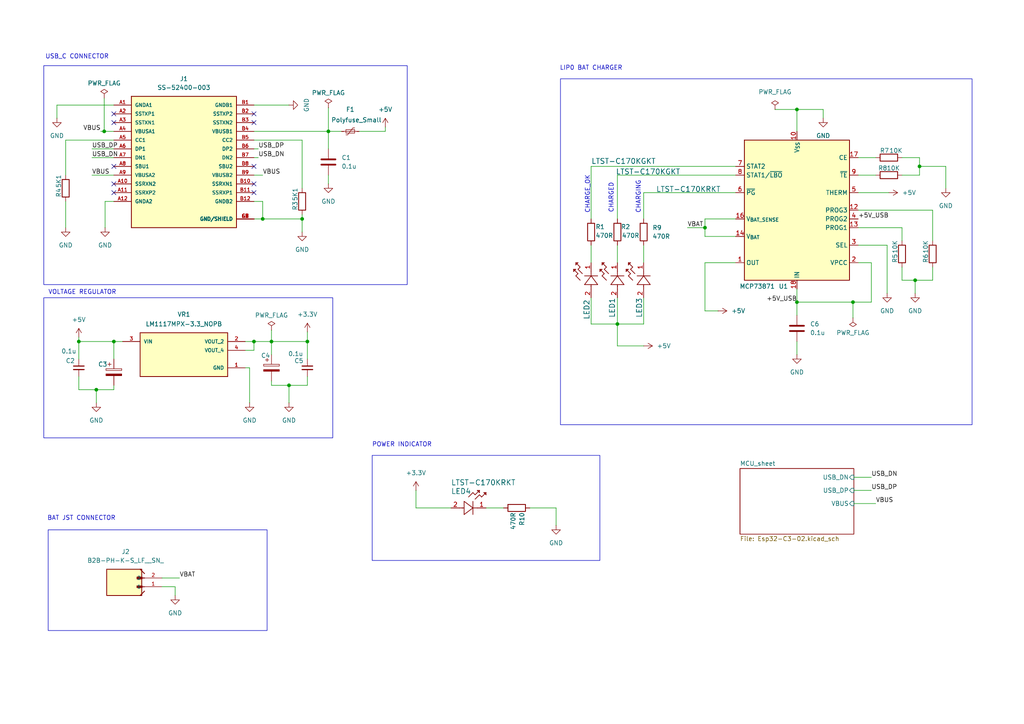
<source format=kicad_sch>
(kicad_sch (version 20250114) (generator "eeschema") (generator_version "9.0")
  (paper "A4")
  (title_block (title "IOT_BASED_PROJECT_ESP32_BOARD") (date "2025-07-01"))
  (lib_symbols
    (symbol "2025-07-01_05-07-46:LTST-C170KRKT" (pin_names (offset 0.254))
      (property "Reference" "LED" (at 5.08 -4.445 0))
      (property "Value" "LTST-C170KRKT" (at 5.08 -7.62 0))
      (symbol "LTST-C170KRKT_1_1"
        (polyline (pts (xy 2.54 0) (xy 3.4798 0)) (stroke (width 0.2032)))
        (polyline (pts (xy 3.175 0) (xy 3.81 0)) (stroke (width 0.2032)))
        (polyline (pts (xy 3.81 1.905) (xy 3.81 -1.905)) (stroke (width 0.2032)))
        (polyline (pts (xy 3.81 -1.905) (xy 6.35 0)) (stroke (width 0.2032)))
        (polyline (pts (xy 5.08 3.175) (xy 6.35 4.445)) (stroke (width 0.2032)))
        (polyline (pts (xy 6.35 4.445) (xy 6.985 3.81)) (stroke (width 0.2032)))
        (polyline (pts (xy 6.35 0) (xy 3.81 1.905)) (stroke (width 0.2032)))
        (polyline (pts (xy 6.35 0) (xy 7.62 0)) (stroke (width 0.2032)))
        (polyline (pts (xy 6.35 -1.905) (xy 6.35 1.905)) (stroke (width 0.2032)))
        (polyline (pts (xy 6.985 3.81) (xy 8.255 5.08)) (stroke (width 0.2032)))
        (polyline (pts (xy 6.985 2.54) (xy 8.255 3.81)) (stroke (width 0.2032)))
        (polyline (pts (xy 7.62 5.08) (xy 8.255 4.445)) (stroke (width 0.2032)))
        (polyline (pts (xy 8.255 5.08) (xy 7.62 5.08)) (stroke (width 0.2032)))
        (polyline (pts (xy 8.255 4.445) (xy 8.255 5.08)) (stroke (width 0.2032)))
        (polyline (pts (xy 8.255 3.81) (xy 8.89 3.175)) (stroke (width 0.2032)))
        (polyline (pts (xy 8.89 3.175) (xy 10.16 4.445)) (stroke (width 0.2032)))
        (polyline (pts (xy 9.525 4.445) (xy 10.16 3.81)) (stroke (width 0.2032)))
        (polyline (pts (xy 10.16 4.445) (xy 9.525 4.445)) (stroke (width 0.2032)))
        (polyline (pts (xy 10.16 3.81) (xy 10.16 4.445)) (stroke (width 0.2032)))
        (pin unspecified line (at 0 0 0) (length 2.54) (name "") (number "2"))
        (pin unspecified line (at 10.16 0 180) (length 2.54) (name "") (number "1"))
      )
      (symbol "LTST-C170KRKT_1_2"
        (polyline (pts (xy -5.08 8.255) (xy -5.08 7.62)) (stroke (width 0.2032)))
        (polyline (pts (xy -5.08 7.62) (xy -4.445 8.255)) (stroke (width 0.2032)))
        (polyline (pts (xy -4.445 10.16) (xy -4.445 9.525)) (stroke (width 0.2032)))
        (polyline (pts (xy -4.445 9.525) (xy -3.81 10.16)) (stroke (width 0.2032)))
        (polyline (pts (xy -4.445 8.255) (xy -5.08 8.255)) (stroke (width 0.2032)))
        (polyline (pts (xy -4.445 6.35) (xy -3.81 6.985)) (stroke (width 0.2032)))
        (polyline (pts (xy -3.81 10.16) (xy -4.445 10.16)) (stroke (width 0.2032)))
        (polyline (pts (xy -3.81 8.255) (xy -3.175 8.89)) (stroke (width 0.2032)))
        (polyline (pts (xy -3.81 6.985) (xy -5.08 8.255)) (stroke (width 0.2032)))
        (polyline (pts (xy -3.175 8.89) (xy -4.445 10.16)) (stroke (width 0.2032)))
        (polyline (pts (xy -3.175 5.08) (xy -4.445 6.35)) (stroke (width 0.2032)))
        (polyline (pts (xy -2.54 6.985) (xy -3.81 8.255)) (stroke (width 0.2032)))
        (polyline (pts (xy -1.905 3.81) (xy 1.905 3.81)) (stroke (width 0.2032)))
        (polyline (pts (xy 0 6.35) (xy -1.905 3.81)) (stroke (width 0.2032)))
        (polyline (pts (xy 0 6.35) (xy 0 7.62)) (stroke (width 0.2032)))
        (polyline (pts (xy 0 3.175) (xy 0 3.81)) (stroke (width 0.2032)))
        (polyline (pts (xy 0 2.54) (xy 0 3.4798)) (stroke (width 0.2032)))
        (polyline (pts (xy 1.905 6.35) (xy -1.905 6.35)) (stroke (width 0.2032)))
        (polyline (pts (xy 1.905 3.81) (xy 0 6.35)) (stroke (width 0.2032)))
        (pin unspecified line (at 0 10.16 270) (length 2.54) (name "") (number "1"))
        (pin unspecified line (at 0 0 90) (length 2.54) (name "") (number "2"))
      )
    )
    (symbol "2025-07-01_05-12-42:LTST-C170KGKT" (pin_names (offset 0.254))
      (property "Reference" "LED" (at 5.08 -4.445 0))
      (property "Value" "LTST-C170KGKT" (at 5.08 -7.62 0))
      (symbol "LTST-C170KGKT_1_1"
        (polyline (pts (xy 2.54 0) (xy 3.4798 0)) (stroke (width 0.2032)))
        (polyline (pts (xy 3.175 0) (xy 3.81 0)) (stroke (width 0.2032)))
        (polyline (pts (xy 3.81 1.905) (xy 3.81 -1.905)) (stroke (width 0.2032)))
        (polyline (pts (xy 3.81 -1.905) (xy 6.35 0)) (stroke (width 0.2032)))
        (polyline (pts (xy 5.08 3.175) (xy 6.35 4.445)) (stroke (width 0.2032)))
        (polyline (pts (xy 6.35 4.445) (xy 6.985 3.81)) (stroke (width 0.2032)))
        (polyline (pts (xy 6.35 0) (xy 3.81 1.905)) (stroke (width 0.2032)))
        (polyline (pts (xy 6.35 0) (xy 7.62 0)) (stroke (width 0.2032)))
        (polyline (pts (xy 6.35 -1.905) (xy 6.35 1.905)) (stroke (width 0.2032)))
        (polyline (pts (xy 6.985 3.81) (xy 8.255 5.08)) (stroke (width 0.2032)))
        (polyline (pts (xy 6.985 2.54) (xy 8.255 3.81)) (stroke (width 0.2032)))
        (polyline (pts (xy 7.62 5.08) (xy 8.255 4.445)) (stroke (width 0.2032)))
        (polyline (pts (xy 8.255 5.08) (xy 7.62 5.08)) (stroke (width 0.2032)))
        (polyline (pts (xy 8.255 4.445) (xy 8.255 5.08)) (stroke (width 0.2032)))
        (polyline (pts (xy 8.255 3.81) (xy 8.89 3.175)) (stroke (width 0.2032)))
        (polyline (pts (xy 8.89 3.175) (xy 10.16 4.445)) (stroke (width 0.2032)))
        (polyline (pts (xy 9.525 4.445) (xy 10.16 3.81)) (stroke (width 0.2032)))
        (polyline (pts (xy 10.16 4.445) (xy 9.525 4.445)) (stroke (width 0.2032)))
        (polyline (pts (xy 10.16 3.81) (xy 10.16 4.445)) (stroke (width 0.2032)))
        (pin unspecified line (at 0 0 0) (length 2.54) (name "") (number "2"))
        (pin unspecified line (at 10.16 0 180) (length 2.54) (name "") (number "1"))
      )
      (symbol "LTST-C170KGKT_1_2"
        (polyline (pts (xy -5.08 8.255) (xy -5.08 7.62)) (stroke (width 0.2032)))
        (polyline (pts (xy -5.08 7.62) (xy -4.445 8.255)) (stroke (width 0.2032)))
        (polyline (pts (xy -4.445 10.16) (xy -4.445 9.525)) (stroke (width 0.2032)))
        (polyline (pts (xy -4.445 9.525) (xy -3.81 10.16)) (stroke (width 0.2032)))
        (polyline (pts (xy -4.445 8.255) (xy -5.08 8.255)) (stroke (width 0.2032)))
        (polyline (pts (xy -4.445 6.35) (xy -3.81 6.985)) (stroke (width 0.2032)))
        (polyline (pts (xy -3.81 10.16) (xy -4.445 10.16)) (stroke (width 0.2032)))
        (polyline (pts (xy -3.81 8.255) (xy -3.175 8.89)) (stroke (width 0.2032)))
        (polyline (pts (xy -3.81 6.985) (xy -5.08 8.255)) (stroke (width 0.2032)))
        (polyline (pts (xy -3.175 8.89) (xy -4.445 10.16)) (stroke (width 0.2032)))
        (polyline (pts (xy -3.175 5.08) (xy -4.445 6.35)) (stroke (width 0.2032)))
        (polyline (pts (xy -2.54 6.985) (xy -3.81 8.255)) (stroke (width 0.2032)))
        (polyline (pts (xy -1.905 3.81) (xy 1.905 3.81)) (stroke (width 0.2032)))
        (polyline (pts (xy 0 6.35) (xy -1.905 3.81)) (stroke (width 0.2032)))
        (polyline (pts (xy 0 6.35) (xy 0 7.62)) (stroke (width 0.2032)))
        (polyline (pts (xy 0 3.175) (xy 0 3.81)) (stroke (width 0.2032)))
        (polyline (pts (xy 0 2.54) (xy 0 3.4798)) (stroke (width 0.2032)))
        (polyline (pts (xy 1.905 6.35) (xy -1.905 6.35)) (stroke (width 0.2032)))
        (polyline (pts (xy 1.905 3.81) (xy 0 6.35)) (stroke (width 0.2032)))
        (pin unspecified line (at 0 10.16 270) (length 2.54) (name "") (number "1"))
        (pin unspecified line (at 0 0 90) (length 2.54) (name "") (number "2"))
      )
    )
    (symbol "B2B-PH-K-S_LF__SN_:B2B-PH-K-S_LF__SN_" (pin_names (offset 1.016))
      (property "Reference" "J" (at -5.58 5.08 0))
      (property "Value" "B2B-PH-K-S_LF__SN_" (at -5.08 -5.08 0))
      (symbol "B2B-PH-K-S_LF__SN__0_0"
        (polyline (pts (xy -5.08 3.81) (xy -3.81 5.08)) (stroke (width 0.254)))
        (polyline (pts (xy -5.08 2.54) (xy -3.175 2.54)) (stroke (width 0.254)))
        (polyline (pts (xy -5.08 0) (xy -3.175 0)) (stroke (width 0.254)))
        (polyline (pts (xy -5.08 -1.27) (xy -3.81 -2.54)) (stroke (width 0.254)))
        (rectangle (start -4.445 2.2225) (end -2.8575 2.8575) (stroke (width 0.1)) (fill (type outline)))
        (rectangle (start -4.445 -0.3175) (end -2.8575 0.3175) (stroke (width 0.1)) (fill (type outline)))
        (rectangle (start -4.2863 -2.54) (end 5.8738 5.08) (stroke (width 0.254)) (fill (type background)))
        (pin passive line (at -10.16 2.54 0) (length 5.08) (name "1") (number "1"))
        (pin passive line (at -10.16 0 0) (length 5.08) (name "2") (number "2"))
      )
    )
    (symbol "Battery_Management:MCP73871"
      (property "Reference" "U" (at -7.62 24.13 0))
      (property "Value" "MCP73871" (at -15.24 21.59 0))
      (symbol "MCP73871_0_1"
        (rectangle (start -15.24 20.32) (end 15.24 -20.32) (stroke (width 0.254)) (fill (type background)))
      )
      (symbol "MCP73871_1_1"
        (pin input line (at -17.78 15.24 0) (length 2.54) (name "VPCC") (number "2"))
        (pin input line (at -17.78 10.16 0) (length 2.54) (name "SEL") (number "3"))
        (pin bidirectional line (at -17.78 5.08 0) (length 2.54) (name "PROG1") (number "13"))
        (pin input line (at -17.78 2.54 0) (length 2.54) (name "PROG2") (number "4"))
        (pin bidirectional line (at -17.78 0 0) (length 2.54) (name "PROG3") (number "12"))
        (pin bidirectional line (at -17.78 -5.08 0) (length 2.54) (name "THERM") (number "5"))
        (pin input line (at -17.78 -10.16 0) (length 2.54) (name "~{TE}") (number "9"))
        (pin input line (at -17.78 -15.24 0) (length 2.54) (name "CE") (number "17"))
        (pin power_in line (at 0 22.86 270) (length 2.54) (name "IN") (number "18"))
        (pin passive line (at 0 22.86 270) (length 2.54) (hide yes) (name "IN") (number "19"))
        (pin power_in line (at 0 -22.86 90) (length 2.54) (name "V_{SS}") (number "10"))
        (pin passive line (at 0 -22.86 90) (length 2.54) (hide yes) (name "V_{SS}") (number "11"))
        (pin passive line (at 0 -22.86 90) (length 2.54) (hide yes) (name "V_{SS}") (number "21"))
        (pin power_out line (at 17.78 15.24 180) (length 2.54) (name "OUT") (number "1"))
        (pin passive line (at 17.78 15.24 180) (length 2.54) (hide yes) (name "OUT") (number "20"))
        (pin power_out line (at 17.78 7.62 180) (length 2.54) (name "V_{BAT}") (number "14"))
        (pin passive line (at 17.78 7.62 180) (length 2.54) (hide yes) (name "V_{BAT}") (number "15"))
        (pin input line (at 17.78 2.54 180) (length 2.54) (name "V_{BAT_SENSE}") (number "16"))
        (pin open_collector line (at 17.78 -5.08 180) (length 2.54) (name "~{PG}") (number "6"))
        (pin open_collector line (at 17.78 -10.16 180) (length 2.54) (name "STAT1/~{LBO}") (number "8"))
        (pin open_collector line (at 17.78 -12.7 180) (length 2.54) (name "STAT2") (number "7"))
      )
    )
    (symbol "Device:C" (pin_numbers (hide yes)) (pin_names (offset 0.254))
      (property "Reference" "C" (at 0.635 2.54 0))
      (property "Value" "C" (at 0.635 -2.54 0))
      (symbol "C_0_1"
        (polyline (pts (xy -2.032 0.762) (xy 2.032 0.762)) (stroke (width 0.508)))
        (polyline (pts (xy -2.032 -0.762) (xy 2.032 -0.762)) (stroke (width 0.508)))
      )
      (symbol "C_1_1"
        (pin passive line (at 0 3.81 270) (length 2.794) (name "~") (number "1"))
        (pin passive line (at 0 -3.81 90) (length 2.794) (name "~") (number "2"))
      )
    )
    (symbol "Device:C_Polarized" (pin_numbers (hide yes)) (pin_names (offset 0.254))
      (property "Reference" "C" (at 0.635 2.54 0))
      (property "Value" "C_Polarized" (at 0.635 -2.54 0))
      (symbol "C_Polarized_0_1"
        (rectangle (start -2.286 0.508) (end 2.286 1.016))
        (polyline (pts (xy -1.778 2.286) (xy -0.762 2.286)))
        (polyline (pts (xy -1.27 2.794) (xy -1.27 1.778)))
        (rectangle (start 2.286 -0.508) (end -2.286 -1.016) (fill (type outline)))
      )
      (symbol "C_Polarized_1_1"
        (pin passive line (at 0 3.81 270) (length 2.794) (name "~") (number "1"))
        (pin passive line (at 0 -3.81 90) (length 2.794) (name "~") (number "2"))
      )
    )
    (symbol "Device:C_Small" (pin_numbers (hide yes)) (pin_names (offset 0.254) (hide yes))
      (property "Reference" "C" (at 0.254 1.778 0))
      (property "Value" "C_Small" (at 0.254 -2.032 0))
      (symbol "C_Small_0_1"
        (polyline (pts (xy -1.524 0.508) (xy 1.524 0.508)) (stroke (width 0.3048)))
        (polyline (pts (xy -1.524 -0.508) (xy 1.524 -0.508)) (stroke (width 0.3302)))
      )
      (symbol "C_Small_1_1"
        (pin passive line (at 0 2.54 270) (length 2.032) (name "~") (number "1"))
        (pin passive line (at 0 -2.54 90) (length 2.032) (name "~") (number "2"))
      )
    )
    (symbol "Device:Polyfuse_Small" (pin_numbers (hide yes)) (pin_names (offset 0))
      (property "Reference" "F" (at -1.905 0 90))
      (property "Value" "Polyfuse_Small" (at 1.905 0 90))
      (symbol "Polyfuse_Small_0_1"
        (polyline (pts (xy -1.016 1.27) (xy -1.016 0.762) (xy 1.016 -0.762) (xy 1.016 -1.27)))
        (rectangle (start -0.508 1.27) (end 0.508 -1.27))
        (polyline (pts (xy 0 2.54) (xy 0 -2.54)))
      )
      (symbol "Polyfuse_Small_1_1"
        (pin passive line (at 0 2.54 270) (length 0.635) (name "~") (number "1"))
        (pin passive line (at 0 -2.54 90) (length 0.635) (name "~") (number "2"))
      )
    )
    (symbol "Device:R" (pin_numbers (hide yes)) (pin_names (offset 0))
      (property "Reference" "R" (at 2.032 0 90))
      (property "Value" "R" (at 0 0 90))
      (symbol "R_0_1"
        (rectangle (start -1.016 -2.54) (end 1.016 2.54) (stroke (width 0.254)))
      )
      (symbol "R_1_1"
        (pin passive line (at 0 3.81 270) (length 1.27) (name "~") (number "1"))
        (pin passive line (at 0 -3.81 90) (length 1.27) (name "~") (number "2"))
      )
    )
    (symbol "LM1117MPX-3.3_NOPB:LM1117MPX-3.3_NOPB" (pin_names (offset 1.016))
      (property "Reference" "VR" (at -12.7 6.08 0))
      (property "Value" "LM1117MPX-3.3_NOPB" (at -12.7 -9.08 0))
      (symbol "LM1117MPX-3.3_NOPB_0_0"
        (rectangle (start -12.7 -7.62) (end 12.7 5.08) (stroke (width 0.254)) (fill (type background)))
        (pin input line (at -17.78 2.54 0) (length 5.08) (name "VIN") (number "3"))
        (pin output line (at 17.78 2.54 180) (length 5.08) (name "VOUT_2") (number "2"))
        (pin output line (at 17.78 0 180) (length 5.08) (name "VOUT_4") (number "4"))
        (pin power_in line (at 17.78 -5.08 180) (length 5.08) (name "GND") (number "1"))
      )
    )
    (symbol "SS-52400-003:SS-52400-003" (pin_names (offset 1.016))
      (property "Reference" "J" (at -15.24 19.05 0))
      (property "Value" "SS-52400-003" (at -15.24 -22.86 0))
      (symbol "SS-52400-003_0_0"
        (rectangle (start -15.24 -20.32) (end 15.24 17.78) (stroke (width 0.254)) (fill (type background)))
        (pin power_in line (at -20.32 15.24 0) (length 5.08) (name "GNDA1") (number "A1"))
        (pin bidirectional line (at -20.32 12.7 0) (length 5.08) (name "SSTXP1") (number "A2"))
        (pin bidirectional line (at -20.32 10.16 0) (length 5.08) (name "SSTXN1") (number "A3"))
        (pin power_in line (at -20.32 7.62 0) (length 5.08) (name "VBUSA1") (number "A4"))
        (pin bidirectional line (at -20.32 5.08 0) (length 5.08) (name "CC1") (number "A5"))
        (pin bidirectional line (at -20.32 2.54 0) (length 5.08) (name "DP1") (number "A6"))
        (pin bidirectional line (at -20.32 0 0) (length 5.08) (name "DN1") (number "A7"))
        (pin bidirectional line (at -20.32 -2.54 0) (length 5.08) (name "SBU1") (number "A8"))
        (pin power_in line (at -20.32 -5.08 0) (length 5.08) (name "VBUSA2") (number "A9"))
        (pin bidirectional line (at -20.32 -7.62 0) (length 5.08) (name "SSRXN2") (number "A10"))
        (pin bidirectional line (at -20.32 -10.16 0) (length 5.08) (name "SSRXP2") (number "A11"))
        (pin power_in line (at -20.32 -12.7 0) (length 5.08) (name "GNDA2") (number "A12"))
        (pin power_in line (at 20.32 15.24 180) (length 5.08) (name "GNDB1") (number "B1"))
        (pin bidirectional line (at 20.32 12.7 180) (length 5.08) (name "SSTXP2") (number "B2"))
        (pin bidirectional line (at 20.32 10.16 180) (length 5.08) (name "SSTXN2") (number "B3"))
        (pin power_in line (at 20.32 7.62 180) (length 5.08) (name "VBUSB1") (number "B4"))
        (pin bidirectional line (at 20.32 5.08 180) (length 5.08) (name "CC2") (number "B5"))
        (pin bidirectional line (at 20.32 2.54 180) (length 5.08) (name "DP2") (number "B6"))
        (pin bidirectional line (at 20.32 0 180) (length 5.08) (name "DN2") (number "B7"))
        (pin bidirectional line (at 20.32 -2.54 180) (length 5.08) (name "SBU2") (number "B8"))
        (pin power_in line (at 20.32 -5.08 180) (length 5.08) (name "VBUSB2") (number "B9"))
        (pin bidirectional line (at 20.32 -7.62 180) (length 5.08) (name "SSRXN1") (number "B10"))
        (pin bidirectional line (at 20.32 -10.16 180) (length 5.08) (name "SSRXP1") (number "B11"))
        (pin power_in line (at 20.32 -12.7 180) (length 5.08) (name "GNDB2") (number "B12"))
        (pin power_in line (at 20.32 -17.78 180) (length 5.08) (name "GND/SHIELD") (number "G1"))
        (pin power_in line (at 20.32 -17.78 180) (length 5.08) (name "GND/SHIELD") (number "G2"))
        (pin power_in line (at 20.32 -17.78 180) (length 5.08) (name "GND/SHIELD") (number "G3"))
        (pin power_in line (at 20.32 -17.78 180) (length 5.08) (name "GND/SHIELD") (number "G4"))
        (pin power_in line (at 20.32 -17.78 180) (length 5.08) (name "GND/SHIELD") (number "S1"))
        (pin power_in line (at 20.32 -17.78 180) (length 5.08) (name "GND/SHIELD") (number "S2"))
        (pin power_in line (at 20.32 -17.78 180) (length 5.08) (name "GND/SHIELD") (number "S3"))
        (pin power_in line (at 20.32 -17.78 180) (length 5.08) (name "GND/SHIELD") (number "S4"))
      )
    )
    (symbol "power:+3.3V" (power) (pin_numbers (hide yes)) (pin_names (offset 0) (hide yes))
      (property "Value" "+3.3V" (at 0 3.556 0))
      (symbol "+3.3V_0_1"
        (polyline (pts (xy -0.762 1.27) (xy 0 2.54)))
        (polyline (pts (xy 0 2.54) (xy 0.762 1.27)))
        (polyline (pts (xy 0 0) (xy 0 2.54)))
      )
      (symbol "+3.3V_1_1"
        (pin power_in line (at 0 0 90) (length 0) (name "~") (number "1"))
      )
    )
    (symbol "power:+5V" (power) (pin_numbers (hide yes)) (pin_names (offset 0) (hide yes))
      (property "Value" "+5V" (at 0 3.556 0))
      (symbol "+5V_0_1"
        (polyline (pts (xy -0.762 1.27) (xy 0 2.54)))
        (polyline (pts (xy 0 2.54) (xy 0.762 1.27)))
        (polyline (pts (xy 0 0) (xy 0 2.54)))
      )
      (symbol "+5V_1_1"
        (pin power_in line (at 0 0 90) (length 0) (name "~") (number "1"))
      )
    )
    (symbol "power:GND" (power) (pin_numbers (hide yes)) (pin_names (offset 0) (hide yes))
      (property "Value" "GND" (at 0 -3.81 0))
      (symbol "GND_0_1"
        (polyline (pts (xy 0 0) (xy 0 -1.27) (xy 1.27 -1.27) (xy 0 -2.54) (xy -1.27 -1.27) (xy 0 -1.27)))
      )
      (symbol "GND_1_1"
        (pin power_in line (at 0 0 270) (length 0) (name "~") (number "1"))
      )
    )
    (symbol "power:PWR_FLAG" (power) (pin_numbers (hide yes)) (pin_names (offset 0) (hide yes))
      (property "Value" "PWR_FLAG" (at 0 3.81 0))
      (symbol "PWR_FLAG_0_0"
        (pin power_out line (at 0 0 90) (length 0) (name "~") (number "1"))
      )
      (symbol "PWR_FLAG_0_1"
        (polyline (pts (xy 0 0) (xy 0 1.27) (xy -1.016 1.905) (xy 0 2.54) (xy 1.016 1.905) (xy 0 1.27)))
      )
    )
  )
  (rectangle (start 13.97 153.67) (end 77.47 182.88))
  (rectangle (start 162.56 22.86) (end 281.94 123.19))
  (rectangle (start 12.7 19.05) (end 118.11 82.55))
  (rectangle (start 107.95 132.08) (end 173.99 162.56))
  (rectangle (start 12.7 86.36) (end 96.52 127))
  (text "LIP0 BAT CHARGER\n" (at 171.45 19.812 0) (effects (font (size 1.27 1.27))))
  (text "CHARGE_OK\n" (at 170.434 56.388 90) (effects (font (size 1.27 1.27))))
  (text "CHARGED\n" (at 177.292 57.404 90) (effects (font (size 1.27 1.27))))
  (text "BAT JST CONNECTOR\n" (at 23.622 150.368 0) (effects (font (size 1.27 1.27))))
  (text "VOLTAGE REGULATOR\n" (at 23.876 84.836 0) (effects (font (size 1.27 1.27))))
  (text "POWER INDICATOR\n" (at 116.586 129.032 0) (effects (font (size 1.27 1.27))))
  (text "CHARGING\n" (at 185.166 57.15 90) (effects (font (size 1.27 1.27))))
  (text "USB_C CONNECTOR\n" (at 22.352 16.51 0) (effects (font (size 1.27 1.27))))
  (junction (at 76.2 63.5))
  (junction (at 30.226 38.1))
  (junction (at 73.66 99.06))
  (junction (at 95.25 38.1))
  (junction (at 22.86 99.06))
  (junction (at 265.43 81.28))
  (junction (at 247.396 87.63))
  (junction (at 27.94 113.03))
  (junction (at 78.74 99.06))
  (junction (at 231.14 87.63))
  (junction (at 83.82 111.76))
  (junction (at 89.154 99.06))
  (junction (at 179.07 93.98))
  (junction (at 231.14 31.75))
  (junction (at 87.63 63.5))
  (junction (at 33.02 99.06))
  (junction (at 266.7 48.26))
  (junction (at 204.47 66.04))
  (no_connect (at 33.02 55.88))
  (no_connect (at 33.02 35.56))
  (no_connect (at 73.66 48.26))
  (no_connect (at 73.66 35.56))
  (no_connect (at 73.66 55.88))
  (no_connect (at 33.02 33.02))
  (no_connect (at 33.02 48.26))
  (no_connect (at 33.02 53.34))
  (no_connect (at 73.66 53.34))
  (no_connect (at 73.66 33.02))
  (wire (pts (xy 78.74 99.06) (xy 78.74 102.87)))
  (wire (pts (xy 71.12 101.6) (xy 73.66 101.6)))
  (wire (pts (xy 50.8 170.18) (xy 50.8 172.72)))
  (wire (pts (xy 171.45 71.12) (xy 171.45 76.2)))
  (wire (pts (xy 270.51 69.85) (xy 270.51 60.96)))
  (wire (pts (xy 231.14 38.1) (xy 231.14 31.75)))
  (wire (pts (xy 204.47 63.5) (xy 204.47 66.04)))
  (wire (pts (xy 73.66 50.8) (xy 76.2 50.8)))
  (wire (pts (xy 179.07 63.5) (xy 179.07 50.8)))
  (wire (pts (xy 87.63 54.61) (xy 87.63 40.64)))
  (wire (pts (xy 261.62 77.47) (xy 261.62 81.28)))
  (wire (pts (xy 46.99 170.18) (xy 50.8 170.18)))
  (wire (pts (xy 266.7 45.72) (xy 266.7 48.26)))
  (wire (pts (xy 186.69 71.12) (xy 186.69 76.2)))
  (wire (pts (xy 22.86 109.22) (xy 22.86 113.03)))
  (wire (pts (xy 76.2 63.5) (xy 87.63 63.5)))
  (wire (pts (xy 33.02 104.14) (xy 33.02 99.06)))
  (wire (pts (xy 274.32 54.61) (xy 274.32 48.26)))
  (wire (pts (xy 204.47 66.04) (xy 204.47 68.58)))
  (wire (pts (xy 266.7 48.26) (xy 266.7 50.8)))
  (wire (pts (xy 252.73 87.63) (xy 247.396 87.63)))
  (wire (pts (xy 30.48 66.04) (xy 30.48 58.42)))
  (wire (pts (xy 71.12 99.06) (xy 73.66 99.06)))
  (wire (pts (xy 171.45 93.98) (xy 179.07 93.98)))
  (wire (pts (xy 248.92 66.04) (xy 261.62 66.04)))
  (wire (pts (xy 261.62 50.8) (xy 266.7 50.8)))
  (wire (pts (xy 265.43 81.28) (xy 270.51 81.28)))
  (wire (pts (xy 22.86 113.03) (xy 27.94 113.03)))
  (wire (pts (xy 33.02 113.03) (xy 33.02 111.76)))
  (wire (pts (xy 26.67 50.8) (xy 33.02 50.8)))
  (wire (pts (xy 171.45 86.36) (xy 171.45 93.98)))
  (wire (pts (xy 247.65 138.43) (xy 252.73 138.43)))
  (wire (pts (xy 87.63 63.5) (xy 87.63 67.31)))
  (wire (pts (xy 95.25 31.242) (xy 95.25 38.1)))
  (wire (pts (xy 247.396 87.63) (xy 247.396 92.202)))
  (wire (pts (xy 179.07 86.36) (xy 179.07 93.98)))
  (wire (pts (xy 89.154 109.22) (xy 89.154 111.76)))
  (wire (pts (xy 111.76 36.83) (xy 111.76 38.1)))
  (wire (pts (xy 204.47 90.17) (xy 208.28 90.17)))
  (wire (pts (xy 261.62 45.72) (xy 266.7 45.72)))
  (wire (pts (xy 46.99 167.64) (xy 52.07 167.64)))
  (wire (pts (xy 78.74 99.06) (xy 89.154 99.06)))
  (wire (pts (xy 204.47 76.2) (xy 204.47 90.17)))
  (wire (pts (xy 171.45 48.26) (xy 213.36 48.26)))
  (wire (pts (xy 87.63 62.23) (xy 87.63 63.5)))
  (wire (pts (xy 224.79 31.75) (xy 231.14 31.75)))
  (wire (pts (xy 171.45 63.5) (xy 171.45 48.26)))
  (wire (pts (xy 27.94 113.03) (xy 27.94 116.84)))
  (wire (pts (xy 161.29 147.32) (xy 161.29 152.4)))
  (wire (pts (xy 71.12 106.68) (xy 72.39 106.68)))
  (wire (pts (xy 270.51 77.47) (xy 270.51 81.28)))
  (wire (pts (xy 153.67 147.32) (xy 161.29 147.32)))
  (wire (pts (xy 95.25 50.8) (xy 95.25 53.34)))
  (wire (pts (xy 199.39 66.04) (xy 204.47 66.04)))
  (wire (pts (xy 104.14 38.1) (xy 111.76 38.1)))
  (wire (pts (xy 179.07 50.8) (xy 213.36 50.8)))
  (wire (pts (xy 26.67 45.72) (xy 33.02 45.72)))
  (wire (pts (xy 73.66 30.48) (xy 83.82 30.48)))
  (wire (pts (xy 22.86 99.06) (xy 33.02 99.06)))
  (wire (pts (xy 257.302 71.12) (xy 257.302 85.09)))
  (wire (pts (xy 74.93 45.72) (xy 73.66 45.72)))
  (wire (pts (xy 78.74 111.76) (xy 78.74 110.49)))
  (wire (pts (xy 33.02 99.06) (xy 35.56 99.06)))
  (wire (pts (xy 179.07 93.98) (xy 179.07 100.33)))
  (wire (pts (xy 19.05 40.64) (xy 19.05 50.8)))
  (wire (pts (xy 231.14 99.06) (xy 231.14 102.87)))
  (wire (pts (xy 95.25 38.1) (xy 95.25 43.18)))
  (wire (pts (xy 231.14 87.63) (xy 231.14 91.44)))
  (wire (pts (xy 72.39 106.68) (xy 72.39 116.84)))
  (wire (pts (xy 204.47 76.2) (xy 213.36 76.2)))
  (wire (pts (xy 120.65 142.24) (xy 120.65 147.32)))
  (wire (pts (xy 16.51 34.29) (xy 16.51 30.48)))
  (wire (pts (xy 78.74 95.758) (xy 78.74 99.06)))
  (wire (pts (xy 231.14 31.75) (xy 238.76 31.75)))
  (wire (pts (xy 73.66 38.1) (xy 95.25 38.1)))
  (wire (pts (xy 89.154 96.266) (xy 89.154 99.06)))
  (wire (pts (xy 22.86 104.14) (xy 22.86 99.06)))
  (wire (pts (xy 213.36 63.5) (xy 204.47 63.5)))
  (wire (pts (xy 248.92 55.88) (xy 257.81 55.88)))
  (wire (pts (xy 248.92 45.72) (xy 254 45.72)))
  (wire (pts (xy 95.25 38.1) (xy 99.06 38.1)))
  (wire (pts (xy 74.93 43.18) (xy 73.66 43.18)))
  (wire (pts (xy 89.154 99.06) (xy 89.154 104.14)))
  (wire (pts (xy 73.66 40.64) (xy 87.63 40.64)))
  (wire (pts (xy 248.92 50.8) (xy 254 50.8)))
  (wire (pts (xy 30.226 28.448) (xy 30.226 38.1)))
  (wire (pts (xy 261.62 81.28) (xy 265.43 81.28)))
  (wire (pts (xy 30.48 58.42) (xy 33.02 58.42)))
  (wire (pts (xy 19.05 58.42) (xy 19.05 66.04)))
  (wire (pts (xy 19.05 40.64) (xy 33.02 40.64)))
  (wire (pts (xy 27.94 113.03) (xy 33.02 113.03)))
  (wire (pts (xy 252.73 76.2) (xy 252.73 87.63)))
  (wire (pts (xy 248.92 60.96) (xy 270.51 60.96)))
  (wire (pts (xy 186.69 63.5) (xy 186.69 55.88)))
  (wire (pts (xy 186.69 55.88) (xy 213.36 55.88)))
  (wire (pts (xy 140.97 147.32) (xy 146.05 147.32)))
  (wire (pts (xy 73.66 58.42) (xy 76.2 58.42)))
  (wire (pts (xy 120.65 147.32) (xy 130.81 147.32)))
  (wire (pts (xy 16.51 30.48) (xy 33.02 30.48)))
  (wire (pts (xy 29.21 38.1) (xy 30.226 38.1)))
  (wire (pts (xy 73.66 99.06) (xy 78.74 99.06)))
  (wire (pts (xy 186.69 86.36) (xy 186.69 93.98)))
  (wire (pts (xy 76.2 58.42) (xy 76.2 63.5)))
  (wire (pts (xy 261.62 69.85) (xy 261.62 66.04)))
  (wire (pts (xy 247.65 142.24) (xy 252.73 142.24)))
  (wire (pts (xy 248.92 71.12) (xy 257.302 71.12)))
  (wire (pts (xy 83.82 111.76) (xy 83.82 116.84)))
  (wire (pts (xy 73.66 99.06) (xy 73.66 101.6)))
  (wire (pts (xy 248.92 76.2) (xy 252.73 76.2)))
  (wire (pts (xy 73.66 63.5) (xy 76.2 63.5)))
  (wire (pts (xy 83.82 111.76) (xy 89.154 111.76)))
  (wire (pts (xy 179.07 93.98) (xy 186.69 93.98)))
  (wire (pts (xy 265.43 81.28) (xy 265.43 85.09)))
  (wire (pts (xy 179.07 71.12) (xy 179.07 76.2)))
  (wire (pts (xy 247.396 87.63) (xy 231.14 87.63)))
  (wire (pts (xy 78.74 111.76) (xy 83.82 111.76)))
  (wire (pts (xy 247.65 146.05) (xy 254 146.05)))
  (wire (pts (xy 30.226 38.1) (xy 33.02 38.1)))
  (wire (pts (xy 204.47 68.58) (xy 213.36 68.58)))
  (wire (pts (xy 266.7 48.26) (xy 274.32 48.26)))
  (wire (pts (xy 26.67 43.18) (xy 33.02 43.18)))
  (wire (pts (xy 238.76 34.29) (xy 238.76 31.75)))
  (wire (pts (xy 231.14 83.82) (xy 231.14 87.63)))
  (wire (pts (xy 179.07 100.33) (xy 186.69 100.33)))
  (wire (pts (xy 22.86 97.79) (xy 22.86 99.06)))
  (label "USB_DN" (at 26.67 45.72 0))
  (label "+5V_USB" (at 231.14 87.63 180))
  (label "VBUS" (at 254 146.05 0))
  (label "USB_DN" (at 74.93 45.72 0))
  (label "VBUS" (at 29.21 38.1 180))
  (label "VBAT" (at 52.07 167.64 0))
  (label "+5V_USB" (at 248.92 63.5 0))
  (label "VBAT" (at 199.39 66.04 0))
  (label "USB_DP" (at 252.73 142.24 0))
  (label "USB_DP" (at 74.93 43.18 0))
  (label "VBUS" (at 26.67 50.8 0))
  (label "VBUS" (at 76.2 50.8 0))
  (label "USB_DN" (at 252.73 138.43 0))
  (label "USB_DP" (at 26.67 43.18 0))
  (symbol (lib_id "Device:R") (at 257.81 45.72 90) (unit 1)
    (property "Reference" "R7" (at 256.54 43.688 90))
    (property "Value" "10K" (at 259.842 43.688 90))
    (property "Footprint" "Resistor_SMD:R_0805_2012Metric" (effects (hide yes)))
    (property "Description" "Resistor" (effects (hide yes)))
  )
  (symbol (lib_id "2025-07-01_05-12-42:LTST-C170KGKT") (at 179.07 86.36 90) (unit 1)
    (property "Reference" "LED1" (at 177.546 92.202 0) (effects (font (size 1.524 1.524)) (justify left)))
    (property "Value" "LTST-C170KGKT" (at 197.358 49.784 90) (effects (font (size 1.524 1.524)) (justify left)))
    (property "Footprint" "LED_SMD:LED_0805_2012Metric" (effects (hide yes)))
    (property "Datasheet" "LTST-C170KGKT" (effects (hide yes)))
  )
  (symbol (lib_id "power:GND") (at 83.82 116.84 0) (unit 1)
    (property "Reference" "#PWR013" (effects (hide yes)))
    (property "Value" "GND" (at 83.82 121.92 0))
    (property "Description" "Power symbol creates a global label with name \"GND\" , ground" (effects (hide yes)))
  )
  (symbol (lib_id "power:GND") (at 30.48 66.04 0) (unit 1)
    (property "Reference" "#PWR05" (effects (hide yes)))
    (property "Value" "GND" (at 30.48 71.12 0))
    (property "Description" "Power symbol creates a global label with name \"GND\" , ground" (effects (hide yes)))
  )
  (symbol (lib_id "power:GND") (at 257.302 85.09 0) (unit 1)
    (property "Reference" "#PWR062" (effects (hide yes)))
    (property "Value" "GND" (at 257.302 90.17 0))
    (property "Description" "Power symbol creates a global label with name \"GND\" , ground" (effects (hide yes)))
  )
  (symbol (lib_id "power:+3.3V") (at 120.65 142.24 0) (unit 1)
    (property "Reference" "#PWR019" (effects (hide yes)))
    (property "Value" "+3.3V" (at 120.65 137.16 0))
    (property "Description" "Power symbol creates a global label with name \"+3.3V\"" (effects (hide yes)))
  )
  (symbol (lib_id "power:GND") (at 72.39 116.84 0) (unit 1)
    (property "Reference" "#PWR014" (effects (hide yes)))
    (property "Value" "GND" (at 72.39 121.92 0))
    (property "Description" "Power symbol creates a global label with name \"GND\" , ground" (effects (hide yes)))
  )
  (symbol (lib_id "power:+5V") (at 111.76 36.83 0) (unit 1)
    (property "Reference" "#PWR015" (effects (hide yes)))
    (property "Value" "+5V" (at 111.76 31.75 0))
    (property "Description" "Power symbol creates a global label with name \"+5V\"" (effects (hide yes)))
  )
  (symbol (lib_id "power:+5V") (at 257.81 55.88 270) (unit 1)
    (property "Reference" "#PWR016" (effects (hide yes)))
    (property "Value" "+5V" (at 261.62 55.8799 90) (effects (justify left)))
    (property "Description" "Power symbol creates a global label with name \"+5V\"" (effects (hide yes)))
  )
  (symbol (lib_id "power:+3.3V") (at 89.154 96.266 0) (unit 1)
    (property "Reference" "#PWR012" (effects (hide yes)))
    (property "Value" "+3.3V" (at 89.154 91.186 0))
    (property "Description" "Power symbol creates a global label with name \"+3.3V\"" (effects (hide yes)))
  )
  (symbol (lib_id "Device:C_Small") (at 89.154 106.68 0) (unit 1)
    (property "Reference" "C5" (at 85.344 104.648 0) (effects (justify left)))
    (property "Value" "0.1u" (at 83.566 102.616 0) (effects (justify left)))
    (property "Footprint" "Capacitor_SMD:C_0805_2012Metric" (effects (hide yes)))
    (property "Description" "Unpolarized capacitor, small symbol" (effects (hide yes)))
  )
  (symbol (lib_id "power:GND") (at 161.29 152.4 0) (unit 1)
    (property "Reference" "#PWR018" (effects (hide yes)))
    (property "Value" "GND" (at 161.29 157.48 0))
    (property "Description" "Power symbol creates a global label with name \"GND\" , ground" (effects (hide yes)))
  )
  (symbol (lib_id "SS-52400-003:SS-52400-003") (at 53.34 45.72 0) (unit 1)
    (property "Reference" "J1" (at 53.34 22.86 0))
    (property "Value" "SS-52400-003" (at 53.34 25.4 0))
    (property "Footprint" "SS-52400-003:BELFUSE_SS-52400-003" (effects (hide yes)))
    (property "MF" "Stewart Connector" (effects (hide yes)))
    (property "MAXIMUM_PACKAGE_HEIGHT" "2.96 mm" (effects (hide yes)))
    (property "Package" "None" (effects (hide yes)))
    (property "Price" "None" (effects (hide yes)))
    (property "Check_prices" "https://www.snapeda.com/parts/SS-52400-003/Stewart+Connector/view-part/?ref=eda" (effects (hide yes)))
    (property "STANDARD" "Manufacturer Recommendations" (effects (hide yes)))
    (property "PARTREV" "A0" (effects (hide yes)))
    (property "SnapEDA_Link" "https://www.snapeda.com/parts/SS-52400-003/Stewart+Connector/view-part/?ref=snap" (effects (hide yes)))
    (property "MP" "SS-52400-003" (effects (hide yes)))
    (property "Description_1" "USB Type-C Connector | USB 3.1 | 1 Port | Right Angle Receptacle | Shielded | 0.063 in (1.60mm) PCB Thickness" (effects (hide yes)))
    (property "Availability" "In Stock" (effects (hide yes)))
    (property "MANUFACTURER" "BelFuse" (effects (hide yes)))
  )
  (symbol (lib_id "B2B-PH-K-S_LF__SN_:B2B-PH-K-S_LF__SN_") (at 36.83 167.64 180) (unit 1)
    (property "Reference" "J2" (at 36.4331 160.02 0))
    (property "Value" "B2B-PH-K-S_LF__SN_" (at 36.4331 162.56 0))
    (property "Footprint" "FootPrints:JST_B2B-PH-K-S_LF__SN_" (effects (hide yes)))
    (property "MF" "JST" (effects (hide yes)))
    (property "Description_1" "2.0 mm pitch/Disconnectable Crimp style connectors" (effects (hide yes)))
    (property "Package" "None" (effects (hide yes)))
    (property "Price" "None" (effects (hide yes)))
    (property "Check_prices" "https://www.snapeda.com/parts/B2B-PH-K-S(LF)(SN)/JST/view-part/?ref=eda" (effects (hide yes)))
    (property "SnapEDA_Link" "https://www.snapeda.com/parts/B2B-PH-K-S(LF)(SN)/JST/view-part/?ref=snap" (effects (hide yes)))
    (property "MP" "B2B-PH-K-S(LF)(SN)" (effects (hide yes)))
    (property "Availability" "In Stock" (effects (hide yes)))
    (property "MANUFACTURER" "JST" (effects (hide yes)))
  )
  (symbol (lib_id "LM1117MPX-3.3_NOPB:LM1117MPX-3.3_NOPB") (at 53.34 101.6 0) (unit 1)
    (property "Reference" "VR1" (at 53.34 91.186 0))
    (property "Value" "LM1117MPX-3.3_NOPB" (at 53.34 93.98 0))
    (property "Footprint" "FootPrints:VREG_LM1117MPX-3.3_NOPB" (effects (hide yes)))
    (property "PARTREV" "O" (effects (hide yes)))
    (property "STANDARD" "Manufacturer Recommendation" (effects (hide yes)))
    (property "MAXIMUM_PACKAGE_HEIGHT" "1.80 mm" (effects (hide yes)))
    (property "MANUFACTURER" "Texas Instruments" (effects (hide yes)))
  )
  (symbol (lib_id "power:GND") (at 27.94 116.84 0) (unit 1)
    (property "Reference" "#PWR011" (effects (hide yes)))
    (property "Value" "GND" (at 27.94 121.92 0))
    (property "Description" "Power symbol creates a global label with name \"GND\" , ground" (effects (hide yes)))
  )
  (symbol (lib_id "power:+5V") (at 208.28 90.17 270) (unit 1)
    (property "Reference" "#PWR021" (effects (hide yes)))
    (property "Value" "+5V" (at 212.09 90.1699 90) (effects (justify left)))
    (property "Description" "Power symbol creates a global label with name \"+5V\"" (effects (hide yes)))
  )
  (symbol (lib_id "power:PWR_FLAG") (at 247.396 92.202 180) (unit 1)
    (property "Reference" "#FLG03" (effects (hide yes)))
    (property "Value" "PWR_FLAG" (at 247.396 96.52 0))
    (property "Description" "Special symbol for telling ERC where power comes from" (effects (hide yes)))
  )
  (symbol (lib_id "Device:C") (at 95.25 46.99 0) (unit 1)
    (property "Reference" "C1" (at 99.06 45.7199 0) (effects (justify left)))
    (property "Value" "0.1u" (at 99.06 48.2599 0) (effects (justify left)))
    (property "Footprint" "Capacitor_SMD:C_0805_2012Metric" (effects (hide yes)))
    (property "Description" "Unpolarized capacitor" (effects (hide yes)))
  )
  (symbol (lib_id "2025-07-01_05-07-46:LTST-C170KRKT") (at 130.81 147.32 0) (unit 1)
    (property "Reference" "LED4" (at 130.81 142.494 0) (effects (font (size 1.524 1.524)) (justify left)))
    (property "Value" "LTST-C170KRKT" (at 130.81 139.954 0) (effects (font (size 1.524 1.524)) (justify left)))
    (property "Footprint" "LED_SMD:LED_0805_2012Metric" (effects (hide yes)))
    (property "Datasheet" "LTST-C170KRKT" (effects (hide yes)))
  )
  (symbol (lib_id "Device:R") (at 261.62 73.66 180) (unit 1)
    (property "Reference" "R5" (at 259.588 74.93 90))
    (property "Value" "10K" (at 259.588 71.628 90))
    (property "Footprint" "Resistor_SMD:R_0805_2012Metric" (effects (hide yes)))
    (property "Description" "Resistor" (effects (hide yes)))
  )
  (symbol (lib_id "Device:Polyfuse_Small") (at 101.6 38.1 90) (unit 1)
    (property "Reference" "F1" (at 101.6 31.75 90))
    (property "Value" "Polyfuse_Small" (at 103.378 34.798 90))
    (property "Footprint" "Fuse:Fuse_BelFuse_0ZRE0016FF_L9.9mm_W3.8mm" (effects (hide yes)))
    (property "Description" "Resettable fuse, polymeric positive temperature coefficient, small symbol" (effects (hide yes)))
  )
  (symbol (lib_id "power:PWR_FLAG") (at 224.79 31.75 0) (unit 1)
    (property "Reference" "#FLG01" (effects (hide yes)))
    (property "Value" "PWR_FLAG" (at 224.79 26.67 0))
    (property "Description" "Special symbol for telling ERC where power comes from" (effects (hide yes)))
  )
  (symbol (lib_id "power:+5V") (at 186.69 100.33 270) (unit 1)
    (property "Reference" "#PWR017" (effects (hide yes)))
    (property "Value" "+5V" (at 190.5 100.3299 90) (effects (justify left)))
    (property "Description" "Power symbol creates a global label with name \"+5V\"" (effects (hide yes)))
  )
  (symbol (lib_id "power:GND") (at 231.14 102.87 0) (unit 1)
    (property "Reference" "#PWR010" (effects (hide yes)))
    (property "Value" "GND" (at 231.14 107.95 0))
    (property "Description" "Power symbol creates a global label with name \"GND\" , ground" (effects (hide yes)))
  )
  (symbol (lib_id "power:GND") (at 16.51 34.29 0) (unit 1)
    (property "Reference" "#PWR06" (effects (hide yes)))
    (property "Value" "GND" (at 16.51 39.37 0))
    (property "Description" "Power symbol creates a global label with name \"GND\" , ground" (effects (hide yes)))
  )
  (symbol (lib_id "power:GND") (at 95.25 53.34 0) (unit 1)
    (property "Reference" "#PWR08" (effects (hide yes)))
    (property "Value" "GND" (at 95.25 58.42 0))
    (property "Description" "Power symbol creates a global label with name \"GND\" , ground" (effects (hide yes)))
  )
  (symbol (lib_id "power:PWR_FLAG") (at 30.226 28.448 0) (unit 1)
    (property "Reference" "#FLG04" (effects (hide yes)))
    (property "Value" "PWR_FLAG" (at 30.226 24.13 0))
    (property "Description" "Special symbol for telling ERC where power comes from" (effects (hide yes)))
  )
  (symbol (lib_id "Battery_Management:MCP73871") (at 231.14 60.96 180) (unit 1)
    (property "Reference" "U1" (at 228.6 83.058 0) (effects (justify left)))
    (property "Value" "MCP73871" (at 224.79 83.058 0) (effects (justify left)))
    (property "Footprint" "Package_DFN_QFN:QFN-20-1EP_4x4mm_P0.5mm_EP2.5x2.5mm" (effects (hide yes)))
    (property "Datasheet" "http://www.mouser.com/ds/2/268/22090a-52174.pdf" (effects (hide yes)))
    (property "Description" "Single cell, Li-Ion/Li-Po charge management controller" (effects (hide yes)))
  )
  (symbol (lib_id "Device:R") (at 19.05 54.61 180) (unit 1)
    (property "Reference" "R4" (at 17.018 55.88 90))
    (property "Value" "5K1" (at 17.018 52.578 90))
    (property "Footprint" "Resistor_SMD:R_0805_2012Metric" (effects (hide yes)))
    (property "Description" "Resistor" (effects (hide yes)))
  )
  (symbol (lib_id "Device:C_Small") (at 22.86 106.68 0) (unit 1)
    (property "Reference" "C2" (at 19.05 104.648 0) (effects (justify left)))
    (property "Value" "0.1u" (at 17.78 101.854 0) (effects (justify left)))
    (property "Footprint" "Capacitor_SMD:C_0805_2012Metric" (effects (hide yes)))
    (property "Description" "Unpolarized capacitor, small symbol" (effects (hide yes)))
  )
  (symbol (lib_id "power:+5V") (at 22.86 97.79 0) (unit 1)
    (property "Reference" "#PWR022" (effects (hide yes)))
    (property "Value" "+5V" (at 22.86 92.71 0))
    (property "Description" "Power symbol creates a global label with name \"+5V\"" (effects (hide yes)))
  )
  (symbol (lib_id "Device:C_Polarized") (at 33.02 107.95 0) (unit 1)
    (property "Reference" "C3" (at 28.448 105.664 0) (effects (justify left)))
    (property "Value" "10u" (effects (hide yes)))
    (property "Footprint" "FootPrints:CAPMP3216X180N" (effects (hide yes)))
    (property "Description" "Polarized capacitor" (effects (hide yes)))
  )
  (symbol (lib_id "power:PWR_FLAG") (at 78.74 95.758 0) (unit 1)
    (property "Reference" "#FLG02" (effects (hide yes)))
    (property "Value" "PWR_FLAG" (at 78.74 91.44 0))
    (property "Description" "Special symbol for telling ERC where power comes from" (effects (hide yes)))
  )
  (symbol (lib_id "Device:C") (at 231.14 95.25 0) (unit 1)
    (property "Reference" "C6" (at 234.95 93.9799 0) (effects (justify left)))
    (property "Value" "0.1u" (at 234.95 96.5199 0) (effects (justify left)))
    (property "Footprint" "Capacitor_SMD:C_0805_2012Metric" (effects (hide yes)))
    (property "Description" "Unpolarized capacitor" (effects (hide yes)))
  )
  (symbol (lib_id "Device:R") (at 87.63 58.42 180) (unit 1)
    (property "Reference" "R3" (at 85.598 59.69 90))
    (property "Value" "5K1" (at 85.598 56.388 90))
    (property "Footprint" "Resistor_SMD:R_0805_2012Metric" (effects (hide yes)))
    (property "Description" "Resistor" (effects (hide yes)))
  )
  (symbol (lib_id "Device:R") (at 270.51 73.66 180) (unit 1)
    (property "Reference" "R6" (at 268.478 74.93 90))
    (property "Value" "10K" (at 268.478 71.628 90))
    (property "Footprint" "Resistor_SMD:R_0805_2012Metric" (effects (hide yes)))
    (property "Description" "Resistor" (effects (hide yes)))
  )
  (symbol (lib_id "Device:R") (at 186.69 67.31 0) (unit 1)
    (property "Reference" "R9" (at 189.23 66.0399 0) (effects (justify left)))
    (property "Value" "470R" (at 189.23 68.5799 0) (effects (justify left)))
    (property "Footprint" "Resistor_SMD:R_0805_2012Metric" (effects (hide yes)))
    (property "Description" "Resistor" (effects (hide yes)))
  )
  (symbol (lib_id "Device:R") (at 179.07 67.31 0) (unit 1)
    (property "Reference" "R2" (at 180.086 65.786 0) (effects (justify left)))
    (property "Value" "470R" (at 180.34 68.326 0) (effects (justify left)))
    (property "Footprint" "Resistor_SMD:R_0805_2012Metric" (effects (hide yes)))
    (property "Description" "Resistor" (effects (hide yes)))
  )
  (symbol (lib_id "2025-07-01_05-07-46:LTST-C170KRKT") (at 186.69 86.36 90) (unit 1)
    (property "Reference" "LED3" (at 185.42 92.202 0) (effects (font (size 1.524 1.524)) (justify left)))
    (property "Value" "LTST-C170KRKT" (at 209.042 54.864 90) (effects (font (size 1.524 1.524)) (justify left)))
    (property "Footprint" "LED_SMD:LED_0805_2012Metric" (effects (hide yes)))
    (property "Datasheet" "LTST-C170KRKT" (effects (hide yes)))
  )
  (symbol (lib_id "Device:R") (at 171.45 67.31 0) (unit 1)
    (property "Reference" "R1" (at 172.72 65.786 0) (effects (justify left)))
    (property "Value" "470R" (at 172.72 68.326 0) (effects (justify left)))
    (property "Footprint" "Resistor_SMD:R_0805_2012Metric" (effects (hide yes)))
    (property "Description" "Resistor" (effects (hide yes)))
  )
  (symbol (lib_id "power:GND") (at 274.32 54.61 0) (unit 1)
    (property "Reference" "#PWR01" (effects (hide yes)))
    (property "Value" "GND" (at 274.32 59.69 0))
    (property "Description" "Power symbol creates a global label with name \"GND\" , ground" (effects (hide yes)))
  )
  (symbol (lib_id "power:GND") (at 265.43 85.09 0) (unit 1)
    (property "Reference" "#PWR02" (effects (hide yes)))
    (property "Value" "GND" (at 265.43 90.17 0))
    (property "Description" "Power symbol creates a global label with name \"GND\" , ground" (effects (hide yes)))
  )
  (symbol (lib_id "power:GND") (at 50.8 172.72 0) (unit 1)
    (property "Reference" "#PWR020" (effects (hide yes)))
    (property "Value" "GND" (at 50.8 177.8 0))
    (property "Description" "Power symbol creates a global label with name \"GND\" , ground" (effects (hide yes)))
  )
  (symbol (lib_id "Device:R") (at 257.81 50.8 90) (unit 1)
    (property "Reference" "R8" (at 256.032 48.768 90))
    (property "Value" "10K" (at 259.08 48.768 90))
    (property "Footprint" "Resistor_SMD:R_0805_2012Metric" (effects (hide yes)))
    (property "Description" "Resistor" (effects (hide yes)))
  )
  (symbol (lib_id "2025-07-01_05-12-42:LTST-C170KGKT") (at 171.45 86.36 90) (unit 1)
    (property "Reference" "LED2" (at 170.18 92.71 0) (effects (font (size 1.524 1.524)) (justify left)))
    (property "Value" "LTST-C170KGKT" (at 190.246 46.736 90) (effects (font (size 1.524 1.524)) (justify left)))
    (property "Footprint" "LED_SMD:LED_0805_2012Metric" (effects (hide yes)))
    (property "Datasheet" "LTST-C170KGKT" (effects (hide yes)))
  )
  (symbol (lib_id "power:PWR_FLAG") (at 95.25 31.242 0) (unit 1)
    (property "Reference" "#FLG05" (effects (hide yes)))
    (property "Value" "PWR_FLAG" (at 95.25 26.924 0))
    (property "Description" "Special symbol for telling ERC where power comes from" (effects (hide yes)))
  )
  (symbol (lib_id "power:GND") (at 83.82 30.48 90) (unit 1)
    (property "Reference" "#PWR07" (effects (hide yes)))
    (property "Value" "GND" (at 88.9 30.48 0))
    (property "Description" "Power symbol creates a global label with name \"GND\" , ground" (effects (hide yes)))
  )
  (symbol (lib_id "power:GND") (at 87.63 67.31 0) (unit 1)
    (property "Reference" "#PWR03" (effects (hide yes)))
    (property "Value" "GND" (at 87.63 72.39 0))
    (property "Description" "Power symbol creates a global label with name \"GND\" , ground" (effects (hide yes)))
  )
  (symbol (lib_id "power:GND") (at 238.76 34.29 0) (unit 1)
    (property "Reference" "#PWR09" (effects (hide yes)))
    (property "Value" "GND" (at 238.76 39.37 0))
    (property "Description" "Power symbol creates a global label with name \"GND\" , ground" (effects (hide yes)))
  )
  (symbol (lib_id "power:GND") (at 19.05 66.04 0) (unit 1)
    (property "Reference" "#PWR04" (effects (hide yes)))
    (property "Value" "GND" (at 19.05 71.12 0))
    (property "Description" "Power symbol creates a global label with name \"GND\" , ground" (effects (hide yes)))
  )
  (symbol (lib_id "Device:C_Polarized") (at 78.74 106.68 0) (unit 1)
    (property "Reference" "C4" (at 75.692 103.124 0) (effects (justify left)))
    (property "Value" "10u" (effects (hide yes)))
    (property "Footprint" "FootPrints:CAPMP3216X180N" (effects (hide yes)))
    (property "Description" "Polarized capacitor" (effects (hide yes)))
  )
  (symbol (lib_id "Device:R") (at 149.86 147.32 270) (unit 1)
    (property "Reference" "R10" (at 151.384 148.59 0) (effects (justify left)))
    (property "Value" "470R" (at 148.844 148.59 0) (effects (justify left)))
    (property "Footprint" "Resistor_SMD:R_0805_2012Metric" (effects (hide yes)))
    (property "Description" "Resistor" (effects (hide yes)))
  )
  (sheet (at 214.63 135.89) (size 33.02 19.05) (stroke (width 0.1524))
    (property "Sheetname" "MCU_sheet" (at 214.63 135.1784 0) (effects (justify left bottom)))
    (property "Sheetfile" "Esp32-C3-02.kicad_sch" (at 214.63 155.5246 0) (effects (justify left top)))
    (pin "USB_DN" input (at 247.65 138.43 0))
    (pin "USB_DP" input (at 247.65 142.24 0))
    (pin "VBUS" input (at 247.65 146.05 0))
  )
)
</source>
